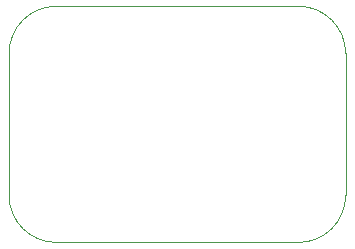
<source format=gbr>
%TF.GenerationSoftware,KiCad,Pcbnew,7.0.7*%
%TF.CreationDate,2024-03-28T13:05:56+05:30*%
%TF.ProjectId,korby,6b6f7262-792e-46b6-9963-61645f706362,rev?*%
%TF.SameCoordinates,Original*%
%TF.FileFunction,Profile,NP*%
%FSLAX46Y46*%
G04 Gerber Fmt 4.6, Leading zero omitted, Abs format (unit mm)*
G04 Created by KiCad (PCBNEW 7.0.7) date 2024-03-28 13:05:56*
%MOMM*%
%LPD*%
G01*
G04 APERTURE LIST*
%TA.AperFunction,Profile*%
%ADD10C,0.100000*%
%TD*%
G04 APERTURE END LIST*
D10*
X131500000Y-69000000D02*
X152000000Y-69000000D01*
X127500000Y-85000000D02*
X127500000Y-73000000D01*
X156000000Y-73000000D02*
X156000000Y-85000000D01*
X152000000Y-89000000D02*
G75*
G03*
X156000000Y-85000000I0J4000000D01*
G01*
X156000000Y-73000000D02*
G75*
G03*
X152000000Y-69000000I-4000000J0D01*
G01*
X131500000Y-69000000D02*
G75*
G03*
X127500000Y-73000000I0J-4000000D01*
G01*
X152000000Y-89000000D02*
X131500000Y-89000000D01*
X127500000Y-85000000D02*
G75*
G03*
X131500000Y-89000000I4000000J0D01*
G01*
M02*

</source>
